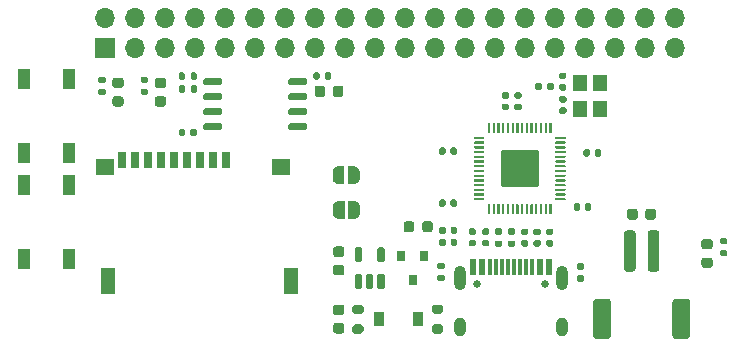
<source format=gbr>
%TF.GenerationSoftware,KiCad,Pcbnew,(5.1.8-0-10_14)*%
%TF.CreationDate,2021-08-20T13:19:01+08:00*%
%TF.ProjectId,microbyte-rp2040,6d696372-6f62-4797-9465-2d7270323034,rev?*%
%TF.SameCoordinates,Original*%
%TF.FileFunction,Soldermask,Top*%
%TF.FilePolarity,Negative*%
%FSLAX46Y46*%
G04 Gerber Fmt 4.6, Leading zero omitted, Abs format (unit mm)*
G04 Created by KiCad (PCBNEW (5.1.8-0-10_14)) date 2021-08-20 13:19:01*
%MOMM*%
%LPD*%
G01*
G04 APERTURE LIST*
%ADD10R,1.000000X1.700000*%
%ADD11C,0.100000*%
%ADD12R,0.900000X1.200000*%
%ADD13R,1.200000X1.400000*%
%ADD14R,0.800000X0.900000*%
%ADD15O,1.700000X1.700000*%
%ADD16R,1.700000X1.700000*%
%ADD17R,0.600000X1.450000*%
%ADD18R,0.300000X1.450000*%
%ADD19O,1.000000X2.100000*%
%ADD20C,0.650000*%
%ADD21O,1.000000X1.600000*%
%ADD22R,0.700000X1.400000*%
%ADD23R,1.600000X1.400000*%
%ADD24R,1.200000X2.200000*%
G04 APERTURE END LIST*
D10*
%TO.C,SW2*%
X117690000Y-101520000D03*
X117690000Y-95220000D03*
X121490000Y-101520000D03*
X121490000Y-95220000D03*
%TD*%
%TO.C,SW1*%
X117690000Y-92550000D03*
X117690000Y-86250000D03*
X121490000Y-92550000D03*
X121490000Y-86250000D03*
%TD*%
D11*
%TO.C,JP2*%
G36*
X144330000Y-95139398D02*
G01*
X144305466Y-95139398D01*
X144256635Y-95134588D01*
X144208510Y-95125016D01*
X144161555Y-95110772D01*
X144116222Y-95091995D01*
X144072949Y-95068864D01*
X144032150Y-95041604D01*
X143994221Y-95010476D01*
X143959524Y-94975779D01*
X143928396Y-94937850D01*
X143901136Y-94897051D01*
X143878005Y-94853778D01*
X143859228Y-94808445D01*
X143844984Y-94761490D01*
X143835412Y-94713365D01*
X143830602Y-94664534D01*
X143830602Y-94640000D01*
X143830000Y-94640000D01*
X143830000Y-94140000D01*
X143830602Y-94140000D01*
X143830602Y-94115466D01*
X143835412Y-94066635D01*
X143844984Y-94018510D01*
X143859228Y-93971555D01*
X143878005Y-93926222D01*
X143901136Y-93882949D01*
X143928396Y-93842150D01*
X143959524Y-93804221D01*
X143994221Y-93769524D01*
X144032150Y-93738396D01*
X144072949Y-93711136D01*
X144116222Y-93688005D01*
X144161555Y-93669228D01*
X144208510Y-93654984D01*
X144256635Y-93645412D01*
X144305466Y-93640602D01*
X144330000Y-93640602D01*
X144330000Y-93640000D01*
X144830000Y-93640000D01*
X144830000Y-95140000D01*
X144330000Y-95140000D01*
X144330000Y-95139398D01*
G37*
G36*
X145130000Y-93640000D02*
G01*
X145630000Y-93640000D01*
X145630000Y-93640602D01*
X145654534Y-93640602D01*
X145703365Y-93645412D01*
X145751490Y-93654984D01*
X145798445Y-93669228D01*
X145843778Y-93688005D01*
X145887051Y-93711136D01*
X145927850Y-93738396D01*
X145965779Y-93769524D01*
X146000476Y-93804221D01*
X146031604Y-93842150D01*
X146058864Y-93882949D01*
X146081995Y-93926222D01*
X146100772Y-93971555D01*
X146115016Y-94018510D01*
X146124588Y-94066635D01*
X146129398Y-94115466D01*
X146129398Y-94140000D01*
X146130000Y-94140000D01*
X146130000Y-94640000D01*
X146129398Y-94640000D01*
X146129398Y-94664534D01*
X146124588Y-94713365D01*
X146115016Y-94761490D01*
X146100772Y-94808445D01*
X146081995Y-94853778D01*
X146058864Y-94897051D01*
X146031604Y-94937850D01*
X146000476Y-94975779D01*
X145965779Y-95010476D01*
X145927850Y-95041604D01*
X145887051Y-95068864D01*
X145843778Y-95091995D01*
X145798445Y-95110772D01*
X145751490Y-95125016D01*
X145703365Y-95134588D01*
X145654534Y-95139398D01*
X145630000Y-95139398D01*
X145630000Y-95140000D01*
X145130000Y-95140000D01*
X145130000Y-93640000D01*
G37*
%TD*%
%TO.C,JP1*%
G36*
X145650000Y-96590602D02*
G01*
X145674534Y-96590602D01*
X145723365Y-96595412D01*
X145771490Y-96604984D01*
X145818445Y-96619228D01*
X145863778Y-96638005D01*
X145907051Y-96661136D01*
X145947850Y-96688396D01*
X145985779Y-96719524D01*
X146020476Y-96754221D01*
X146051604Y-96792150D01*
X146078864Y-96832949D01*
X146101995Y-96876222D01*
X146120772Y-96921555D01*
X146135016Y-96968510D01*
X146144588Y-97016635D01*
X146149398Y-97065466D01*
X146149398Y-97090000D01*
X146150000Y-97090000D01*
X146150000Y-97590000D01*
X146149398Y-97590000D01*
X146149398Y-97614534D01*
X146144588Y-97663365D01*
X146135016Y-97711490D01*
X146120772Y-97758445D01*
X146101995Y-97803778D01*
X146078864Y-97847051D01*
X146051604Y-97887850D01*
X146020476Y-97925779D01*
X145985779Y-97960476D01*
X145947850Y-97991604D01*
X145907051Y-98018864D01*
X145863778Y-98041995D01*
X145818445Y-98060772D01*
X145771490Y-98075016D01*
X145723365Y-98084588D01*
X145674534Y-98089398D01*
X145650000Y-98089398D01*
X145650000Y-98090000D01*
X145150000Y-98090000D01*
X145150000Y-96590000D01*
X145650000Y-96590000D01*
X145650000Y-96590602D01*
G37*
G36*
X144850000Y-98090000D02*
G01*
X144350000Y-98090000D01*
X144350000Y-98089398D01*
X144325466Y-98089398D01*
X144276635Y-98084588D01*
X144228510Y-98075016D01*
X144181555Y-98060772D01*
X144136222Y-98041995D01*
X144092949Y-98018864D01*
X144052150Y-97991604D01*
X144014221Y-97960476D01*
X143979524Y-97925779D01*
X143948396Y-97887850D01*
X143921136Y-97847051D01*
X143898005Y-97803778D01*
X143879228Y-97758445D01*
X143864984Y-97711490D01*
X143855412Y-97663365D01*
X143850602Y-97614534D01*
X143850602Y-97590000D01*
X143850000Y-97590000D01*
X143850000Y-97090000D01*
X143850602Y-97090000D01*
X143850602Y-97065466D01*
X143855412Y-97016635D01*
X143864984Y-96968510D01*
X143879228Y-96921555D01*
X143898005Y-96876222D01*
X143921136Y-96832949D01*
X143948396Y-96792150D01*
X143979524Y-96754221D01*
X144014221Y-96719524D01*
X144052150Y-96688396D01*
X144092949Y-96661136D01*
X144136222Y-96638005D01*
X144181555Y-96619228D01*
X144228510Y-96604984D01*
X144276635Y-96595412D01*
X144325466Y-96590602D01*
X144350000Y-96590602D01*
X144350000Y-96590000D01*
X144850000Y-96590000D01*
X144850000Y-98090000D01*
G37*
%TD*%
D12*
%TO.C,D1*%
X151040000Y-106580000D03*
X147740000Y-106580000D03*
%TD*%
%TO.C,C21*%
G36*
G01*
X153820000Y-100260000D02*
X153820000Y-99920000D01*
G75*
G02*
X153960000Y-99780000I140000J0D01*
G01*
X154240000Y-99780000D01*
G75*
G02*
X154380000Y-99920000I0J-140000D01*
G01*
X154380000Y-100260000D01*
G75*
G02*
X154240000Y-100400000I-140000J0D01*
G01*
X153960000Y-100400000D01*
G75*
G02*
X153820000Y-100260000I0J140000D01*
G01*
G37*
G36*
G01*
X152860000Y-100260000D02*
X152860000Y-99920000D01*
G75*
G02*
X153000000Y-99780000I140000J0D01*
G01*
X153280000Y-99780000D01*
G75*
G02*
X153420000Y-99920000I0J-140000D01*
G01*
X153420000Y-100260000D01*
G75*
G02*
X153280000Y-100400000I-140000J0D01*
G01*
X153000000Y-100400000D01*
G75*
G02*
X152860000Y-100260000I0J140000D01*
G01*
G37*
%TD*%
%TO.C,C20*%
G36*
G01*
X153820000Y-99230000D02*
X153820000Y-98890000D01*
G75*
G02*
X153960000Y-98750000I140000J0D01*
G01*
X154240000Y-98750000D01*
G75*
G02*
X154380000Y-98890000I0J-140000D01*
G01*
X154380000Y-99230000D01*
G75*
G02*
X154240000Y-99370000I-140000J0D01*
G01*
X153960000Y-99370000D01*
G75*
G02*
X153820000Y-99230000I0J140000D01*
G01*
G37*
G36*
G01*
X152860000Y-99230000D02*
X152860000Y-98890000D01*
G75*
G02*
X153000000Y-98750000I140000J0D01*
G01*
X153280000Y-98750000D01*
G75*
G02*
X153420000Y-98890000I0J-140000D01*
G01*
X153420000Y-99230000D01*
G75*
G02*
X153280000Y-99370000I-140000J0D01*
G01*
X153000000Y-99370000D01*
G75*
G02*
X152860000Y-99230000I0J140000D01*
G01*
G37*
%TD*%
%TO.C,C12*%
G36*
G01*
X155490000Y-99870000D02*
X155830000Y-99870000D01*
G75*
G02*
X155970000Y-100010000I0J-140000D01*
G01*
X155970000Y-100290000D01*
G75*
G02*
X155830000Y-100430000I-140000J0D01*
G01*
X155490000Y-100430000D01*
G75*
G02*
X155350000Y-100290000I0J140000D01*
G01*
X155350000Y-100010000D01*
G75*
G02*
X155490000Y-99870000I140000J0D01*
G01*
G37*
G36*
G01*
X155490000Y-98910000D02*
X155830000Y-98910000D01*
G75*
G02*
X155970000Y-99050000I0J-140000D01*
G01*
X155970000Y-99330000D01*
G75*
G02*
X155830000Y-99470000I-140000J0D01*
G01*
X155490000Y-99470000D01*
G75*
G02*
X155350000Y-99330000I0J140000D01*
G01*
X155350000Y-99050000D01*
G75*
G02*
X155490000Y-98910000I140000J0D01*
G01*
G37*
%TD*%
%TO.C,C11*%
G36*
G01*
X156620000Y-99870000D02*
X156960000Y-99870000D01*
G75*
G02*
X157100000Y-100010000I0J-140000D01*
G01*
X157100000Y-100290000D01*
G75*
G02*
X156960000Y-100430000I-140000J0D01*
G01*
X156620000Y-100430000D01*
G75*
G02*
X156480000Y-100290000I0J140000D01*
G01*
X156480000Y-100010000D01*
G75*
G02*
X156620000Y-99870000I140000J0D01*
G01*
G37*
G36*
G01*
X156620000Y-98910000D02*
X156960000Y-98910000D01*
G75*
G02*
X157100000Y-99050000I0J-140000D01*
G01*
X157100000Y-99330000D01*
G75*
G02*
X156960000Y-99470000I-140000J0D01*
G01*
X156620000Y-99470000D01*
G75*
G02*
X156480000Y-99330000I0J140000D01*
G01*
X156480000Y-99050000D01*
G75*
G02*
X156620000Y-98910000I140000J0D01*
G01*
G37*
%TD*%
%TO.C,U4*%
G36*
G01*
X161280000Y-92384000D02*
X161280000Y-95296000D01*
G75*
G02*
X161136000Y-95440000I-144000J0D01*
G01*
X158224000Y-95440000D01*
G75*
G02*
X158080000Y-95296000I0J144000D01*
G01*
X158080000Y-92384000D01*
G75*
G02*
X158224000Y-92240000I144000J0D01*
G01*
X161136000Y-92240000D01*
G75*
G02*
X161280000Y-92384000I0J-144000D01*
G01*
G37*
G36*
G01*
X163555000Y-96390000D02*
X163555000Y-96490000D01*
G75*
G02*
X163505000Y-96540000I-50000J0D01*
G01*
X162730000Y-96540000D01*
G75*
G02*
X162680000Y-96490000I0J50000D01*
G01*
X162680000Y-96390000D01*
G75*
G02*
X162730000Y-96340000I50000J0D01*
G01*
X163505000Y-96340000D01*
G75*
G02*
X163555000Y-96390000I0J-50000D01*
G01*
G37*
G36*
G01*
X163555000Y-95990000D02*
X163555000Y-96090000D01*
G75*
G02*
X163505000Y-96140000I-50000J0D01*
G01*
X162730000Y-96140000D01*
G75*
G02*
X162680000Y-96090000I0J50000D01*
G01*
X162680000Y-95990000D01*
G75*
G02*
X162730000Y-95940000I50000J0D01*
G01*
X163505000Y-95940000D01*
G75*
G02*
X163555000Y-95990000I0J-50000D01*
G01*
G37*
G36*
G01*
X163555000Y-95590000D02*
X163555000Y-95690000D01*
G75*
G02*
X163505000Y-95740000I-50000J0D01*
G01*
X162730000Y-95740000D01*
G75*
G02*
X162680000Y-95690000I0J50000D01*
G01*
X162680000Y-95590000D01*
G75*
G02*
X162730000Y-95540000I50000J0D01*
G01*
X163505000Y-95540000D01*
G75*
G02*
X163555000Y-95590000I0J-50000D01*
G01*
G37*
G36*
G01*
X163555000Y-95190000D02*
X163555000Y-95290000D01*
G75*
G02*
X163505000Y-95340000I-50000J0D01*
G01*
X162730000Y-95340000D01*
G75*
G02*
X162680000Y-95290000I0J50000D01*
G01*
X162680000Y-95190000D01*
G75*
G02*
X162730000Y-95140000I50000J0D01*
G01*
X163505000Y-95140000D01*
G75*
G02*
X163555000Y-95190000I0J-50000D01*
G01*
G37*
G36*
G01*
X163555000Y-94790000D02*
X163555000Y-94890000D01*
G75*
G02*
X163505000Y-94940000I-50000J0D01*
G01*
X162730000Y-94940000D01*
G75*
G02*
X162680000Y-94890000I0J50000D01*
G01*
X162680000Y-94790000D01*
G75*
G02*
X162730000Y-94740000I50000J0D01*
G01*
X163505000Y-94740000D01*
G75*
G02*
X163555000Y-94790000I0J-50000D01*
G01*
G37*
G36*
G01*
X163555000Y-94390000D02*
X163555000Y-94490000D01*
G75*
G02*
X163505000Y-94540000I-50000J0D01*
G01*
X162730000Y-94540000D01*
G75*
G02*
X162680000Y-94490000I0J50000D01*
G01*
X162680000Y-94390000D01*
G75*
G02*
X162730000Y-94340000I50000J0D01*
G01*
X163505000Y-94340000D01*
G75*
G02*
X163555000Y-94390000I0J-50000D01*
G01*
G37*
G36*
G01*
X163555000Y-93990000D02*
X163555000Y-94090000D01*
G75*
G02*
X163505000Y-94140000I-50000J0D01*
G01*
X162730000Y-94140000D01*
G75*
G02*
X162680000Y-94090000I0J50000D01*
G01*
X162680000Y-93990000D01*
G75*
G02*
X162730000Y-93940000I50000J0D01*
G01*
X163505000Y-93940000D01*
G75*
G02*
X163555000Y-93990000I0J-50000D01*
G01*
G37*
G36*
G01*
X163555000Y-93590000D02*
X163555000Y-93690000D01*
G75*
G02*
X163505000Y-93740000I-50000J0D01*
G01*
X162730000Y-93740000D01*
G75*
G02*
X162680000Y-93690000I0J50000D01*
G01*
X162680000Y-93590000D01*
G75*
G02*
X162730000Y-93540000I50000J0D01*
G01*
X163505000Y-93540000D01*
G75*
G02*
X163555000Y-93590000I0J-50000D01*
G01*
G37*
G36*
G01*
X163555000Y-93190000D02*
X163555000Y-93290000D01*
G75*
G02*
X163505000Y-93340000I-50000J0D01*
G01*
X162730000Y-93340000D01*
G75*
G02*
X162680000Y-93290000I0J50000D01*
G01*
X162680000Y-93190000D01*
G75*
G02*
X162730000Y-93140000I50000J0D01*
G01*
X163505000Y-93140000D01*
G75*
G02*
X163555000Y-93190000I0J-50000D01*
G01*
G37*
G36*
G01*
X163555000Y-92790000D02*
X163555000Y-92890000D01*
G75*
G02*
X163505000Y-92940000I-50000J0D01*
G01*
X162730000Y-92940000D01*
G75*
G02*
X162680000Y-92890000I0J50000D01*
G01*
X162680000Y-92790000D01*
G75*
G02*
X162730000Y-92740000I50000J0D01*
G01*
X163505000Y-92740000D01*
G75*
G02*
X163555000Y-92790000I0J-50000D01*
G01*
G37*
G36*
G01*
X163555000Y-92390000D02*
X163555000Y-92490000D01*
G75*
G02*
X163505000Y-92540000I-50000J0D01*
G01*
X162730000Y-92540000D01*
G75*
G02*
X162680000Y-92490000I0J50000D01*
G01*
X162680000Y-92390000D01*
G75*
G02*
X162730000Y-92340000I50000J0D01*
G01*
X163505000Y-92340000D01*
G75*
G02*
X163555000Y-92390000I0J-50000D01*
G01*
G37*
G36*
G01*
X163555000Y-91990000D02*
X163555000Y-92090000D01*
G75*
G02*
X163505000Y-92140000I-50000J0D01*
G01*
X162730000Y-92140000D01*
G75*
G02*
X162680000Y-92090000I0J50000D01*
G01*
X162680000Y-91990000D01*
G75*
G02*
X162730000Y-91940000I50000J0D01*
G01*
X163505000Y-91940000D01*
G75*
G02*
X163555000Y-91990000I0J-50000D01*
G01*
G37*
G36*
G01*
X163555000Y-91590000D02*
X163555000Y-91690000D01*
G75*
G02*
X163505000Y-91740000I-50000J0D01*
G01*
X162730000Y-91740000D01*
G75*
G02*
X162680000Y-91690000I0J50000D01*
G01*
X162680000Y-91590000D01*
G75*
G02*
X162730000Y-91540000I50000J0D01*
G01*
X163505000Y-91540000D01*
G75*
G02*
X163555000Y-91590000I0J-50000D01*
G01*
G37*
G36*
G01*
X163555000Y-91190000D02*
X163555000Y-91290000D01*
G75*
G02*
X163505000Y-91340000I-50000J0D01*
G01*
X162730000Y-91340000D01*
G75*
G02*
X162680000Y-91290000I0J50000D01*
G01*
X162680000Y-91190000D01*
G75*
G02*
X162730000Y-91140000I50000J0D01*
G01*
X163505000Y-91140000D01*
G75*
G02*
X163555000Y-91190000I0J-50000D01*
G01*
G37*
G36*
G01*
X162380000Y-90015000D02*
X162380000Y-90790000D01*
G75*
G02*
X162330000Y-90840000I-50000J0D01*
G01*
X162230000Y-90840000D01*
G75*
G02*
X162180000Y-90790000I0J50000D01*
G01*
X162180000Y-90015000D01*
G75*
G02*
X162230000Y-89965000I50000J0D01*
G01*
X162330000Y-89965000D01*
G75*
G02*
X162380000Y-90015000I0J-50000D01*
G01*
G37*
G36*
G01*
X161980000Y-90015000D02*
X161980000Y-90790000D01*
G75*
G02*
X161930000Y-90840000I-50000J0D01*
G01*
X161830000Y-90840000D01*
G75*
G02*
X161780000Y-90790000I0J50000D01*
G01*
X161780000Y-90015000D01*
G75*
G02*
X161830000Y-89965000I50000J0D01*
G01*
X161930000Y-89965000D01*
G75*
G02*
X161980000Y-90015000I0J-50000D01*
G01*
G37*
G36*
G01*
X161580000Y-90015000D02*
X161580000Y-90790000D01*
G75*
G02*
X161530000Y-90840000I-50000J0D01*
G01*
X161430000Y-90840000D01*
G75*
G02*
X161380000Y-90790000I0J50000D01*
G01*
X161380000Y-90015000D01*
G75*
G02*
X161430000Y-89965000I50000J0D01*
G01*
X161530000Y-89965000D01*
G75*
G02*
X161580000Y-90015000I0J-50000D01*
G01*
G37*
G36*
G01*
X161180000Y-90015000D02*
X161180000Y-90790000D01*
G75*
G02*
X161130000Y-90840000I-50000J0D01*
G01*
X161030000Y-90840000D01*
G75*
G02*
X160980000Y-90790000I0J50000D01*
G01*
X160980000Y-90015000D01*
G75*
G02*
X161030000Y-89965000I50000J0D01*
G01*
X161130000Y-89965000D01*
G75*
G02*
X161180000Y-90015000I0J-50000D01*
G01*
G37*
G36*
G01*
X160780000Y-90015000D02*
X160780000Y-90790000D01*
G75*
G02*
X160730000Y-90840000I-50000J0D01*
G01*
X160630000Y-90840000D01*
G75*
G02*
X160580000Y-90790000I0J50000D01*
G01*
X160580000Y-90015000D01*
G75*
G02*
X160630000Y-89965000I50000J0D01*
G01*
X160730000Y-89965000D01*
G75*
G02*
X160780000Y-90015000I0J-50000D01*
G01*
G37*
G36*
G01*
X160380000Y-90015000D02*
X160380000Y-90790000D01*
G75*
G02*
X160330000Y-90840000I-50000J0D01*
G01*
X160230000Y-90840000D01*
G75*
G02*
X160180000Y-90790000I0J50000D01*
G01*
X160180000Y-90015000D01*
G75*
G02*
X160230000Y-89965000I50000J0D01*
G01*
X160330000Y-89965000D01*
G75*
G02*
X160380000Y-90015000I0J-50000D01*
G01*
G37*
G36*
G01*
X159980000Y-90015000D02*
X159980000Y-90790000D01*
G75*
G02*
X159930000Y-90840000I-50000J0D01*
G01*
X159830000Y-90840000D01*
G75*
G02*
X159780000Y-90790000I0J50000D01*
G01*
X159780000Y-90015000D01*
G75*
G02*
X159830000Y-89965000I50000J0D01*
G01*
X159930000Y-89965000D01*
G75*
G02*
X159980000Y-90015000I0J-50000D01*
G01*
G37*
G36*
G01*
X159580000Y-90015000D02*
X159580000Y-90790000D01*
G75*
G02*
X159530000Y-90840000I-50000J0D01*
G01*
X159430000Y-90840000D01*
G75*
G02*
X159380000Y-90790000I0J50000D01*
G01*
X159380000Y-90015000D01*
G75*
G02*
X159430000Y-89965000I50000J0D01*
G01*
X159530000Y-89965000D01*
G75*
G02*
X159580000Y-90015000I0J-50000D01*
G01*
G37*
G36*
G01*
X159180000Y-90015000D02*
X159180000Y-90790000D01*
G75*
G02*
X159130000Y-90840000I-50000J0D01*
G01*
X159030000Y-90840000D01*
G75*
G02*
X158980000Y-90790000I0J50000D01*
G01*
X158980000Y-90015000D01*
G75*
G02*
X159030000Y-89965000I50000J0D01*
G01*
X159130000Y-89965000D01*
G75*
G02*
X159180000Y-90015000I0J-50000D01*
G01*
G37*
G36*
G01*
X158780000Y-90015000D02*
X158780000Y-90790000D01*
G75*
G02*
X158730000Y-90840000I-50000J0D01*
G01*
X158630000Y-90840000D01*
G75*
G02*
X158580000Y-90790000I0J50000D01*
G01*
X158580000Y-90015000D01*
G75*
G02*
X158630000Y-89965000I50000J0D01*
G01*
X158730000Y-89965000D01*
G75*
G02*
X158780000Y-90015000I0J-50000D01*
G01*
G37*
G36*
G01*
X158380000Y-90015000D02*
X158380000Y-90790000D01*
G75*
G02*
X158330000Y-90840000I-50000J0D01*
G01*
X158230000Y-90840000D01*
G75*
G02*
X158180000Y-90790000I0J50000D01*
G01*
X158180000Y-90015000D01*
G75*
G02*
X158230000Y-89965000I50000J0D01*
G01*
X158330000Y-89965000D01*
G75*
G02*
X158380000Y-90015000I0J-50000D01*
G01*
G37*
G36*
G01*
X157980000Y-90015000D02*
X157980000Y-90790000D01*
G75*
G02*
X157930000Y-90840000I-50000J0D01*
G01*
X157830000Y-90840000D01*
G75*
G02*
X157780000Y-90790000I0J50000D01*
G01*
X157780000Y-90015000D01*
G75*
G02*
X157830000Y-89965000I50000J0D01*
G01*
X157930000Y-89965000D01*
G75*
G02*
X157980000Y-90015000I0J-50000D01*
G01*
G37*
G36*
G01*
X157580000Y-90015000D02*
X157580000Y-90790000D01*
G75*
G02*
X157530000Y-90840000I-50000J0D01*
G01*
X157430000Y-90840000D01*
G75*
G02*
X157380000Y-90790000I0J50000D01*
G01*
X157380000Y-90015000D01*
G75*
G02*
X157430000Y-89965000I50000J0D01*
G01*
X157530000Y-89965000D01*
G75*
G02*
X157580000Y-90015000I0J-50000D01*
G01*
G37*
G36*
G01*
X157180000Y-90015000D02*
X157180000Y-90790000D01*
G75*
G02*
X157130000Y-90840000I-50000J0D01*
G01*
X157030000Y-90840000D01*
G75*
G02*
X156980000Y-90790000I0J50000D01*
G01*
X156980000Y-90015000D01*
G75*
G02*
X157030000Y-89965000I50000J0D01*
G01*
X157130000Y-89965000D01*
G75*
G02*
X157180000Y-90015000I0J-50000D01*
G01*
G37*
G36*
G01*
X156680000Y-91190000D02*
X156680000Y-91290000D01*
G75*
G02*
X156630000Y-91340000I-50000J0D01*
G01*
X155855000Y-91340000D01*
G75*
G02*
X155805000Y-91290000I0J50000D01*
G01*
X155805000Y-91190000D01*
G75*
G02*
X155855000Y-91140000I50000J0D01*
G01*
X156630000Y-91140000D01*
G75*
G02*
X156680000Y-91190000I0J-50000D01*
G01*
G37*
G36*
G01*
X156680000Y-91590000D02*
X156680000Y-91690000D01*
G75*
G02*
X156630000Y-91740000I-50000J0D01*
G01*
X155855000Y-91740000D01*
G75*
G02*
X155805000Y-91690000I0J50000D01*
G01*
X155805000Y-91590000D01*
G75*
G02*
X155855000Y-91540000I50000J0D01*
G01*
X156630000Y-91540000D01*
G75*
G02*
X156680000Y-91590000I0J-50000D01*
G01*
G37*
G36*
G01*
X156680000Y-91990000D02*
X156680000Y-92090000D01*
G75*
G02*
X156630000Y-92140000I-50000J0D01*
G01*
X155855000Y-92140000D01*
G75*
G02*
X155805000Y-92090000I0J50000D01*
G01*
X155805000Y-91990000D01*
G75*
G02*
X155855000Y-91940000I50000J0D01*
G01*
X156630000Y-91940000D01*
G75*
G02*
X156680000Y-91990000I0J-50000D01*
G01*
G37*
G36*
G01*
X156680000Y-92390000D02*
X156680000Y-92490000D01*
G75*
G02*
X156630000Y-92540000I-50000J0D01*
G01*
X155855000Y-92540000D01*
G75*
G02*
X155805000Y-92490000I0J50000D01*
G01*
X155805000Y-92390000D01*
G75*
G02*
X155855000Y-92340000I50000J0D01*
G01*
X156630000Y-92340000D01*
G75*
G02*
X156680000Y-92390000I0J-50000D01*
G01*
G37*
G36*
G01*
X156680000Y-92790000D02*
X156680000Y-92890000D01*
G75*
G02*
X156630000Y-92940000I-50000J0D01*
G01*
X155855000Y-92940000D01*
G75*
G02*
X155805000Y-92890000I0J50000D01*
G01*
X155805000Y-92790000D01*
G75*
G02*
X155855000Y-92740000I50000J0D01*
G01*
X156630000Y-92740000D01*
G75*
G02*
X156680000Y-92790000I0J-50000D01*
G01*
G37*
G36*
G01*
X156680000Y-93190000D02*
X156680000Y-93290000D01*
G75*
G02*
X156630000Y-93340000I-50000J0D01*
G01*
X155855000Y-93340000D01*
G75*
G02*
X155805000Y-93290000I0J50000D01*
G01*
X155805000Y-93190000D01*
G75*
G02*
X155855000Y-93140000I50000J0D01*
G01*
X156630000Y-93140000D01*
G75*
G02*
X156680000Y-93190000I0J-50000D01*
G01*
G37*
G36*
G01*
X156680000Y-93590000D02*
X156680000Y-93690000D01*
G75*
G02*
X156630000Y-93740000I-50000J0D01*
G01*
X155855000Y-93740000D01*
G75*
G02*
X155805000Y-93690000I0J50000D01*
G01*
X155805000Y-93590000D01*
G75*
G02*
X155855000Y-93540000I50000J0D01*
G01*
X156630000Y-93540000D01*
G75*
G02*
X156680000Y-93590000I0J-50000D01*
G01*
G37*
G36*
G01*
X156680000Y-93990000D02*
X156680000Y-94090000D01*
G75*
G02*
X156630000Y-94140000I-50000J0D01*
G01*
X155855000Y-94140000D01*
G75*
G02*
X155805000Y-94090000I0J50000D01*
G01*
X155805000Y-93990000D01*
G75*
G02*
X155855000Y-93940000I50000J0D01*
G01*
X156630000Y-93940000D01*
G75*
G02*
X156680000Y-93990000I0J-50000D01*
G01*
G37*
G36*
G01*
X156680000Y-94390000D02*
X156680000Y-94490000D01*
G75*
G02*
X156630000Y-94540000I-50000J0D01*
G01*
X155855000Y-94540000D01*
G75*
G02*
X155805000Y-94490000I0J50000D01*
G01*
X155805000Y-94390000D01*
G75*
G02*
X155855000Y-94340000I50000J0D01*
G01*
X156630000Y-94340000D01*
G75*
G02*
X156680000Y-94390000I0J-50000D01*
G01*
G37*
G36*
G01*
X156680000Y-94790000D02*
X156680000Y-94890000D01*
G75*
G02*
X156630000Y-94940000I-50000J0D01*
G01*
X155855000Y-94940000D01*
G75*
G02*
X155805000Y-94890000I0J50000D01*
G01*
X155805000Y-94790000D01*
G75*
G02*
X155855000Y-94740000I50000J0D01*
G01*
X156630000Y-94740000D01*
G75*
G02*
X156680000Y-94790000I0J-50000D01*
G01*
G37*
G36*
G01*
X156680000Y-95190000D02*
X156680000Y-95290000D01*
G75*
G02*
X156630000Y-95340000I-50000J0D01*
G01*
X155855000Y-95340000D01*
G75*
G02*
X155805000Y-95290000I0J50000D01*
G01*
X155805000Y-95190000D01*
G75*
G02*
X155855000Y-95140000I50000J0D01*
G01*
X156630000Y-95140000D01*
G75*
G02*
X156680000Y-95190000I0J-50000D01*
G01*
G37*
G36*
G01*
X156680000Y-95590000D02*
X156680000Y-95690000D01*
G75*
G02*
X156630000Y-95740000I-50000J0D01*
G01*
X155855000Y-95740000D01*
G75*
G02*
X155805000Y-95690000I0J50000D01*
G01*
X155805000Y-95590000D01*
G75*
G02*
X155855000Y-95540000I50000J0D01*
G01*
X156630000Y-95540000D01*
G75*
G02*
X156680000Y-95590000I0J-50000D01*
G01*
G37*
G36*
G01*
X156680000Y-95990000D02*
X156680000Y-96090000D01*
G75*
G02*
X156630000Y-96140000I-50000J0D01*
G01*
X155855000Y-96140000D01*
G75*
G02*
X155805000Y-96090000I0J50000D01*
G01*
X155805000Y-95990000D01*
G75*
G02*
X155855000Y-95940000I50000J0D01*
G01*
X156630000Y-95940000D01*
G75*
G02*
X156680000Y-95990000I0J-50000D01*
G01*
G37*
G36*
G01*
X156680000Y-96390000D02*
X156680000Y-96490000D01*
G75*
G02*
X156630000Y-96540000I-50000J0D01*
G01*
X155855000Y-96540000D01*
G75*
G02*
X155805000Y-96490000I0J50000D01*
G01*
X155805000Y-96390000D01*
G75*
G02*
X155855000Y-96340000I50000J0D01*
G01*
X156630000Y-96340000D01*
G75*
G02*
X156680000Y-96390000I0J-50000D01*
G01*
G37*
G36*
G01*
X157180000Y-96890000D02*
X157180000Y-97665000D01*
G75*
G02*
X157130000Y-97715000I-50000J0D01*
G01*
X157030000Y-97715000D01*
G75*
G02*
X156980000Y-97665000I0J50000D01*
G01*
X156980000Y-96890000D01*
G75*
G02*
X157030000Y-96840000I50000J0D01*
G01*
X157130000Y-96840000D01*
G75*
G02*
X157180000Y-96890000I0J-50000D01*
G01*
G37*
G36*
G01*
X157580000Y-96890000D02*
X157580000Y-97665000D01*
G75*
G02*
X157530000Y-97715000I-50000J0D01*
G01*
X157430000Y-97715000D01*
G75*
G02*
X157380000Y-97665000I0J50000D01*
G01*
X157380000Y-96890000D01*
G75*
G02*
X157430000Y-96840000I50000J0D01*
G01*
X157530000Y-96840000D01*
G75*
G02*
X157580000Y-96890000I0J-50000D01*
G01*
G37*
G36*
G01*
X157980000Y-96890000D02*
X157980000Y-97665000D01*
G75*
G02*
X157930000Y-97715000I-50000J0D01*
G01*
X157830000Y-97715000D01*
G75*
G02*
X157780000Y-97665000I0J50000D01*
G01*
X157780000Y-96890000D01*
G75*
G02*
X157830000Y-96840000I50000J0D01*
G01*
X157930000Y-96840000D01*
G75*
G02*
X157980000Y-96890000I0J-50000D01*
G01*
G37*
G36*
G01*
X158380000Y-96890000D02*
X158380000Y-97665000D01*
G75*
G02*
X158330000Y-97715000I-50000J0D01*
G01*
X158230000Y-97715000D01*
G75*
G02*
X158180000Y-97665000I0J50000D01*
G01*
X158180000Y-96890000D01*
G75*
G02*
X158230000Y-96840000I50000J0D01*
G01*
X158330000Y-96840000D01*
G75*
G02*
X158380000Y-96890000I0J-50000D01*
G01*
G37*
G36*
G01*
X158780000Y-96890000D02*
X158780000Y-97665000D01*
G75*
G02*
X158730000Y-97715000I-50000J0D01*
G01*
X158630000Y-97715000D01*
G75*
G02*
X158580000Y-97665000I0J50000D01*
G01*
X158580000Y-96890000D01*
G75*
G02*
X158630000Y-96840000I50000J0D01*
G01*
X158730000Y-96840000D01*
G75*
G02*
X158780000Y-96890000I0J-50000D01*
G01*
G37*
G36*
G01*
X159180000Y-96890000D02*
X159180000Y-97665000D01*
G75*
G02*
X159130000Y-97715000I-50000J0D01*
G01*
X159030000Y-97715000D01*
G75*
G02*
X158980000Y-97665000I0J50000D01*
G01*
X158980000Y-96890000D01*
G75*
G02*
X159030000Y-96840000I50000J0D01*
G01*
X159130000Y-96840000D01*
G75*
G02*
X159180000Y-96890000I0J-50000D01*
G01*
G37*
G36*
G01*
X159580000Y-96890000D02*
X159580000Y-97665000D01*
G75*
G02*
X159530000Y-97715000I-50000J0D01*
G01*
X159430000Y-97715000D01*
G75*
G02*
X159380000Y-97665000I0J50000D01*
G01*
X159380000Y-96890000D01*
G75*
G02*
X159430000Y-96840000I50000J0D01*
G01*
X159530000Y-96840000D01*
G75*
G02*
X159580000Y-96890000I0J-50000D01*
G01*
G37*
G36*
G01*
X159980000Y-96890000D02*
X159980000Y-97665000D01*
G75*
G02*
X159930000Y-97715000I-50000J0D01*
G01*
X159830000Y-97715000D01*
G75*
G02*
X159780000Y-97665000I0J50000D01*
G01*
X159780000Y-96890000D01*
G75*
G02*
X159830000Y-96840000I50000J0D01*
G01*
X159930000Y-96840000D01*
G75*
G02*
X159980000Y-96890000I0J-50000D01*
G01*
G37*
G36*
G01*
X160380000Y-96890000D02*
X160380000Y-97665000D01*
G75*
G02*
X160330000Y-97715000I-50000J0D01*
G01*
X160230000Y-97715000D01*
G75*
G02*
X160180000Y-97665000I0J50000D01*
G01*
X160180000Y-96890000D01*
G75*
G02*
X160230000Y-96840000I50000J0D01*
G01*
X160330000Y-96840000D01*
G75*
G02*
X160380000Y-96890000I0J-50000D01*
G01*
G37*
G36*
G01*
X160780000Y-96890000D02*
X160780000Y-97665000D01*
G75*
G02*
X160730000Y-97715000I-50000J0D01*
G01*
X160630000Y-97715000D01*
G75*
G02*
X160580000Y-97665000I0J50000D01*
G01*
X160580000Y-96890000D01*
G75*
G02*
X160630000Y-96840000I50000J0D01*
G01*
X160730000Y-96840000D01*
G75*
G02*
X160780000Y-96890000I0J-50000D01*
G01*
G37*
G36*
G01*
X161180000Y-96890000D02*
X161180000Y-97665000D01*
G75*
G02*
X161130000Y-97715000I-50000J0D01*
G01*
X161030000Y-97715000D01*
G75*
G02*
X160980000Y-97665000I0J50000D01*
G01*
X160980000Y-96890000D01*
G75*
G02*
X161030000Y-96840000I50000J0D01*
G01*
X161130000Y-96840000D01*
G75*
G02*
X161180000Y-96890000I0J-50000D01*
G01*
G37*
G36*
G01*
X161580000Y-96890000D02*
X161580000Y-97665000D01*
G75*
G02*
X161530000Y-97715000I-50000J0D01*
G01*
X161430000Y-97715000D01*
G75*
G02*
X161380000Y-97665000I0J50000D01*
G01*
X161380000Y-96890000D01*
G75*
G02*
X161430000Y-96840000I50000J0D01*
G01*
X161530000Y-96840000D01*
G75*
G02*
X161580000Y-96890000I0J-50000D01*
G01*
G37*
G36*
G01*
X161980000Y-96890000D02*
X161980000Y-97665000D01*
G75*
G02*
X161930000Y-97715000I-50000J0D01*
G01*
X161830000Y-97715000D01*
G75*
G02*
X161780000Y-97665000I0J50000D01*
G01*
X161780000Y-96890000D01*
G75*
G02*
X161830000Y-96840000I50000J0D01*
G01*
X161930000Y-96840000D01*
G75*
G02*
X161980000Y-96890000I0J-50000D01*
G01*
G37*
G36*
G01*
X162380000Y-96890000D02*
X162380000Y-97665000D01*
G75*
G02*
X162330000Y-97715000I-50000J0D01*
G01*
X162230000Y-97715000D01*
G75*
G02*
X162180000Y-97665000I0J50000D01*
G01*
X162180000Y-96890000D01*
G75*
G02*
X162230000Y-96840000I50000J0D01*
G01*
X162330000Y-96840000D01*
G75*
G02*
X162380000Y-96890000I0J-50000D01*
G01*
G37*
%TD*%
D13*
%TO.C,Y1*%
X164770000Y-88760000D03*
X164770000Y-86560000D03*
X166470000Y-86560000D03*
X166470000Y-88760000D03*
%TD*%
%TO.C,U3*%
G36*
G01*
X140090000Y-86645000D02*
X140090000Y-86345000D01*
G75*
G02*
X140240000Y-86195000I150000J0D01*
G01*
X141540000Y-86195000D01*
G75*
G02*
X141690000Y-86345000I0J-150000D01*
G01*
X141690000Y-86645000D01*
G75*
G02*
X141540000Y-86795000I-150000J0D01*
G01*
X140240000Y-86795000D01*
G75*
G02*
X140090000Y-86645000I0J150000D01*
G01*
G37*
G36*
G01*
X140090000Y-87915000D02*
X140090000Y-87615000D01*
G75*
G02*
X140240000Y-87465000I150000J0D01*
G01*
X141540000Y-87465000D01*
G75*
G02*
X141690000Y-87615000I0J-150000D01*
G01*
X141690000Y-87915000D01*
G75*
G02*
X141540000Y-88065000I-150000J0D01*
G01*
X140240000Y-88065000D01*
G75*
G02*
X140090000Y-87915000I0J150000D01*
G01*
G37*
G36*
G01*
X140090000Y-89185000D02*
X140090000Y-88885000D01*
G75*
G02*
X140240000Y-88735000I150000J0D01*
G01*
X141540000Y-88735000D01*
G75*
G02*
X141690000Y-88885000I0J-150000D01*
G01*
X141690000Y-89185000D01*
G75*
G02*
X141540000Y-89335000I-150000J0D01*
G01*
X140240000Y-89335000D01*
G75*
G02*
X140090000Y-89185000I0J150000D01*
G01*
G37*
G36*
G01*
X140090000Y-90455000D02*
X140090000Y-90155000D01*
G75*
G02*
X140240000Y-90005000I150000J0D01*
G01*
X141540000Y-90005000D01*
G75*
G02*
X141690000Y-90155000I0J-150000D01*
G01*
X141690000Y-90455000D01*
G75*
G02*
X141540000Y-90605000I-150000J0D01*
G01*
X140240000Y-90605000D01*
G75*
G02*
X140090000Y-90455000I0J150000D01*
G01*
G37*
G36*
G01*
X132890000Y-90455000D02*
X132890000Y-90155000D01*
G75*
G02*
X133040000Y-90005000I150000J0D01*
G01*
X134340000Y-90005000D01*
G75*
G02*
X134490000Y-90155000I0J-150000D01*
G01*
X134490000Y-90455000D01*
G75*
G02*
X134340000Y-90605000I-150000J0D01*
G01*
X133040000Y-90605000D01*
G75*
G02*
X132890000Y-90455000I0J150000D01*
G01*
G37*
G36*
G01*
X132890000Y-89185000D02*
X132890000Y-88885000D01*
G75*
G02*
X133040000Y-88735000I150000J0D01*
G01*
X134340000Y-88735000D01*
G75*
G02*
X134490000Y-88885000I0J-150000D01*
G01*
X134490000Y-89185000D01*
G75*
G02*
X134340000Y-89335000I-150000J0D01*
G01*
X133040000Y-89335000D01*
G75*
G02*
X132890000Y-89185000I0J150000D01*
G01*
G37*
G36*
G01*
X132890000Y-87915000D02*
X132890000Y-87615000D01*
G75*
G02*
X133040000Y-87465000I150000J0D01*
G01*
X134340000Y-87465000D01*
G75*
G02*
X134490000Y-87615000I0J-150000D01*
G01*
X134490000Y-87915000D01*
G75*
G02*
X134340000Y-88065000I-150000J0D01*
G01*
X133040000Y-88065000D01*
G75*
G02*
X132890000Y-87915000I0J150000D01*
G01*
G37*
G36*
G01*
X132890000Y-86645000D02*
X132890000Y-86345000D01*
G75*
G02*
X133040000Y-86195000I150000J0D01*
G01*
X134340000Y-86195000D01*
G75*
G02*
X134490000Y-86345000I0J-150000D01*
G01*
X134490000Y-86645000D01*
G75*
G02*
X134340000Y-86795000I-150000J0D01*
G01*
X133040000Y-86795000D01*
G75*
G02*
X132890000Y-86645000I0J150000D01*
G01*
G37*
%TD*%
%TO.C,U1*%
G36*
G01*
X146180000Y-101785000D02*
X145880000Y-101785000D01*
G75*
G02*
X145730000Y-101635000I0J150000D01*
G01*
X145730000Y-100610000D01*
G75*
G02*
X145880000Y-100460000I150000J0D01*
G01*
X146180000Y-100460000D01*
G75*
G02*
X146330000Y-100610000I0J-150000D01*
G01*
X146330000Y-101635000D01*
G75*
G02*
X146180000Y-101785000I-150000J0D01*
G01*
G37*
G36*
G01*
X148080000Y-101785000D02*
X147780000Y-101785000D01*
G75*
G02*
X147630000Y-101635000I0J150000D01*
G01*
X147630000Y-100610000D01*
G75*
G02*
X147780000Y-100460000I150000J0D01*
G01*
X148080000Y-100460000D01*
G75*
G02*
X148230000Y-100610000I0J-150000D01*
G01*
X148230000Y-101635000D01*
G75*
G02*
X148080000Y-101785000I-150000J0D01*
G01*
G37*
G36*
G01*
X148080000Y-104060000D02*
X147780000Y-104060000D01*
G75*
G02*
X147630000Y-103910000I0J150000D01*
G01*
X147630000Y-102885000D01*
G75*
G02*
X147780000Y-102735000I150000J0D01*
G01*
X148080000Y-102735000D01*
G75*
G02*
X148230000Y-102885000I0J-150000D01*
G01*
X148230000Y-103910000D01*
G75*
G02*
X148080000Y-104060000I-150000J0D01*
G01*
G37*
G36*
G01*
X147130000Y-104060000D02*
X146830000Y-104060000D01*
G75*
G02*
X146680000Y-103910000I0J150000D01*
G01*
X146680000Y-102885000D01*
G75*
G02*
X146830000Y-102735000I150000J0D01*
G01*
X147130000Y-102735000D01*
G75*
G02*
X147280000Y-102885000I0J-150000D01*
G01*
X147280000Y-103910000D01*
G75*
G02*
X147130000Y-104060000I-150000J0D01*
G01*
G37*
G36*
G01*
X146180000Y-104060000D02*
X145880000Y-104060000D01*
G75*
G02*
X145730000Y-103910000I0J150000D01*
G01*
X145730000Y-102885000D01*
G75*
G02*
X145880000Y-102735000I150000J0D01*
G01*
X146180000Y-102735000D01*
G75*
G02*
X146330000Y-102885000I0J-150000D01*
G01*
X146330000Y-103910000D01*
G75*
G02*
X146180000Y-104060000I-150000J0D01*
G01*
G37*
%TD*%
%TO.C,R13*%
G36*
G01*
X161520000Y-86705000D02*
X161520000Y-87075000D01*
G75*
G02*
X161385000Y-87210000I-135000J0D01*
G01*
X161115000Y-87210000D01*
G75*
G02*
X160980000Y-87075000I0J135000D01*
G01*
X160980000Y-86705000D01*
G75*
G02*
X161115000Y-86570000I135000J0D01*
G01*
X161385000Y-86570000D01*
G75*
G02*
X161520000Y-86705000I0J-135000D01*
G01*
G37*
G36*
G01*
X162540000Y-86705000D02*
X162540000Y-87075000D01*
G75*
G02*
X162405000Y-87210000I-135000J0D01*
G01*
X162135000Y-87210000D01*
G75*
G02*
X162000000Y-87075000I0J135000D01*
G01*
X162000000Y-86705000D01*
G75*
G02*
X162135000Y-86570000I135000J0D01*
G01*
X162405000Y-86570000D01*
G75*
G02*
X162540000Y-86705000I0J-135000D01*
G01*
G37*
%TD*%
%TO.C,R12*%
G36*
G01*
X157705000Y-98910000D02*
X158075000Y-98910000D01*
G75*
G02*
X158210000Y-99045000I0J-135000D01*
G01*
X158210000Y-99315000D01*
G75*
G02*
X158075000Y-99450000I-135000J0D01*
G01*
X157705000Y-99450000D01*
G75*
G02*
X157570000Y-99315000I0J135000D01*
G01*
X157570000Y-99045000D01*
G75*
G02*
X157705000Y-98910000I135000J0D01*
G01*
G37*
G36*
G01*
X157705000Y-99930000D02*
X158075000Y-99930000D01*
G75*
G02*
X158210000Y-100065000I0J-135000D01*
G01*
X158210000Y-100335000D01*
G75*
G02*
X158075000Y-100470000I-135000J0D01*
G01*
X157705000Y-100470000D01*
G75*
G02*
X157570000Y-100335000I0J135000D01*
G01*
X157570000Y-100065000D01*
G75*
G02*
X157705000Y-99930000I135000J0D01*
G01*
G37*
%TD*%
%TO.C,R11*%
G36*
G01*
X158805000Y-98910000D02*
X159175000Y-98910000D01*
G75*
G02*
X159310000Y-99045000I0J-135000D01*
G01*
X159310000Y-99315000D01*
G75*
G02*
X159175000Y-99450000I-135000J0D01*
G01*
X158805000Y-99450000D01*
G75*
G02*
X158670000Y-99315000I0J135000D01*
G01*
X158670000Y-99045000D01*
G75*
G02*
X158805000Y-98910000I135000J0D01*
G01*
G37*
G36*
G01*
X158805000Y-99930000D02*
X159175000Y-99930000D01*
G75*
G02*
X159310000Y-100065000I0J-135000D01*
G01*
X159310000Y-100335000D01*
G75*
G02*
X159175000Y-100470000I-135000J0D01*
G01*
X158805000Y-100470000D01*
G75*
G02*
X158670000Y-100335000I0J135000D01*
G01*
X158670000Y-100065000D01*
G75*
G02*
X158805000Y-99930000I135000J0D01*
G01*
G37*
%TD*%
%TO.C,R10*%
G36*
G01*
X131330000Y-85835000D02*
X131330000Y-86205000D01*
G75*
G02*
X131195000Y-86340000I-135000J0D01*
G01*
X130925000Y-86340000D01*
G75*
G02*
X130790000Y-86205000I0J135000D01*
G01*
X130790000Y-85835000D01*
G75*
G02*
X130925000Y-85700000I135000J0D01*
G01*
X131195000Y-85700000D01*
G75*
G02*
X131330000Y-85835000I0J-135000D01*
G01*
G37*
G36*
G01*
X132350000Y-85835000D02*
X132350000Y-86205000D01*
G75*
G02*
X132215000Y-86340000I-135000J0D01*
G01*
X131945000Y-86340000D01*
G75*
G02*
X131810000Y-86205000I0J135000D01*
G01*
X131810000Y-85835000D01*
G75*
G02*
X131945000Y-85700000I135000J0D01*
G01*
X132215000Y-85700000D01*
G75*
G02*
X132350000Y-85835000I0J-135000D01*
G01*
G37*
%TD*%
%TO.C,R9*%
G36*
G01*
X131330000Y-86915000D02*
X131330000Y-87285000D01*
G75*
G02*
X131195000Y-87420000I-135000J0D01*
G01*
X130925000Y-87420000D01*
G75*
G02*
X130790000Y-87285000I0J135000D01*
G01*
X130790000Y-86915000D01*
G75*
G02*
X130925000Y-86780000I135000J0D01*
G01*
X131195000Y-86780000D01*
G75*
G02*
X131330000Y-86915000I0J-135000D01*
G01*
G37*
G36*
G01*
X132350000Y-86915000D02*
X132350000Y-87285000D01*
G75*
G02*
X132215000Y-87420000I-135000J0D01*
G01*
X131945000Y-87420000D01*
G75*
G02*
X131810000Y-87285000I0J135000D01*
G01*
X131810000Y-86915000D01*
G75*
G02*
X131945000Y-86780000I135000J0D01*
G01*
X132215000Y-86780000D01*
G75*
G02*
X132350000Y-86915000I0J-135000D01*
G01*
G37*
%TD*%
%TO.C,R8*%
G36*
G01*
X164635000Y-102880000D02*
X165005000Y-102880000D01*
G75*
G02*
X165140000Y-103015000I0J-135000D01*
G01*
X165140000Y-103285000D01*
G75*
G02*
X165005000Y-103420000I-135000J0D01*
G01*
X164635000Y-103420000D01*
G75*
G02*
X164500000Y-103285000I0J135000D01*
G01*
X164500000Y-103015000D01*
G75*
G02*
X164635000Y-102880000I135000J0D01*
G01*
G37*
G36*
G01*
X164635000Y-101860000D02*
X165005000Y-101860000D01*
G75*
G02*
X165140000Y-101995000I0J-135000D01*
G01*
X165140000Y-102265000D01*
G75*
G02*
X165005000Y-102400000I-135000J0D01*
G01*
X164635000Y-102400000D01*
G75*
G02*
X164500000Y-102265000I0J135000D01*
G01*
X164500000Y-101995000D01*
G75*
G02*
X164635000Y-101860000I135000J0D01*
G01*
G37*
%TD*%
%TO.C,R7*%
G36*
G01*
X153185000Y-102360000D02*
X152815000Y-102360000D01*
G75*
G02*
X152680000Y-102225000I0J135000D01*
G01*
X152680000Y-101955000D01*
G75*
G02*
X152815000Y-101820000I135000J0D01*
G01*
X153185000Y-101820000D01*
G75*
G02*
X153320000Y-101955000I0J-135000D01*
G01*
X153320000Y-102225000D01*
G75*
G02*
X153185000Y-102360000I-135000J0D01*
G01*
G37*
G36*
G01*
X153185000Y-103380000D02*
X152815000Y-103380000D01*
G75*
G02*
X152680000Y-103245000I0J135000D01*
G01*
X152680000Y-102975000D01*
G75*
G02*
X152815000Y-102840000I135000J0D01*
G01*
X153185000Y-102840000D01*
G75*
G02*
X153320000Y-102975000I0J-135000D01*
G01*
X153320000Y-103245000D01*
G75*
G02*
X153185000Y-103380000I-135000J0D01*
G01*
G37*
%TD*%
%TO.C,R6*%
G36*
G01*
X177125000Y-100240000D02*
X176755000Y-100240000D01*
G75*
G02*
X176620000Y-100105000I0J135000D01*
G01*
X176620000Y-99835000D01*
G75*
G02*
X176755000Y-99700000I135000J0D01*
G01*
X177125000Y-99700000D01*
G75*
G02*
X177260000Y-99835000I0J-135000D01*
G01*
X177260000Y-100105000D01*
G75*
G02*
X177125000Y-100240000I-135000J0D01*
G01*
G37*
G36*
G01*
X177125000Y-101260000D02*
X176755000Y-101260000D01*
G75*
G02*
X176620000Y-101125000I0J135000D01*
G01*
X176620000Y-100855000D01*
G75*
G02*
X176755000Y-100720000I135000J0D01*
G01*
X177125000Y-100720000D01*
G75*
G02*
X177260000Y-100855000I0J-135000D01*
G01*
X177260000Y-101125000D01*
G75*
G02*
X177125000Y-101260000I-135000J0D01*
G01*
G37*
%TD*%
%TO.C,R2*%
G36*
G01*
X145705000Y-107025000D02*
X146255000Y-107025000D01*
G75*
G02*
X146455000Y-107225000I0J-200000D01*
G01*
X146455000Y-107625000D01*
G75*
G02*
X146255000Y-107825000I-200000J0D01*
G01*
X145705000Y-107825000D01*
G75*
G02*
X145505000Y-107625000I0J200000D01*
G01*
X145505000Y-107225000D01*
G75*
G02*
X145705000Y-107025000I200000J0D01*
G01*
G37*
G36*
G01*
X145705000Y-105375000D02*
X146255000Y-105375000D01*
G75*
G02*
X146455000Y-105575000I0J-200000D01*
G01*
X146455000Y-105975000D01*
G75*
G02*
X146255000Y-106175000I-200000J0D01*
G01*
X145705000Y-106175000D01*
G75*
G02*
X145505000Y-105975000I0J200000D01*
G01*
X145505000Y-105575000D01*
G75*
G02*
X145705000Y-105375000I200000J0D01*
G01*
G37*
%TD*%
%TO.C,R1*%
G36*
G01*
X152435000Y-107005000D02*
X152985000Y-107005000D01*
G75*
G02*
X153185000Y-107205000I0J-200000D01*
G01*
X153185000Y-107605000D01*
G75*
G02*
X152985000Y-107805000I-200000J0D01*
G01*
X152435000Y-107805000D01*
G75*
G02*
X152235000Y-107605000I0J200000D01*
G01*
X152235000Y-107205000D01*
G75*
G02*
X152435000Y-107005000I200000J0D01*
G01*
G37*
G36*
G01*
X152435000Y-105355000D02*
X152985000Y-105355000D01*
G75*
G02*
X153185000Y-105555000I0J-200000D01*
G01*
X153185000Y-105955000D01*
G75*
G02*
X152985000Y-106155000I-200000J0D01*
G01*
X152435000Y-106155000D01*
G75*
G02*
X152235000Y-105955000I0J200000D01*
G01*
X152235000Y-105555000D01*
G75*
G02*
X152435000Y-105355000I200000J0D01*
G01*
G37*
%TD*%
D14*
%TO.C,Q1*%
X150610000Y-103280000D03*
X149660000Y-101280000D03*
X151560000Y-101280000D03*
%TD*%
%TO.C,L1*%
G36*
G01*
X151430000Y-99026250D02*
X151430000Y-98513750D01*
G75*
G02*
X151648750Y-98295000I218750J0D01*
G01*
X152086250Y-98295000D01*
G75*
G02*
X152305000Y-98513750I0J-218750D01*
G01*
X152305000Y-99026250D01*
G75*
G02*
X152086250Y-99245000I-218750J0D01*
G01*
X151648750Y-99245000D01*
G75*
G02*
X151430000Y-99026250I0J218750D01*
G01*
G37*
G36*
G01*
X149855000Y-99026250D02*
X149855000Y-98513750D01*
G75*
G02*
X150073750Y-98295000I218750J0D01*
G01*
X150511250Y-98295000D01*
G75*
G02*
X150730000Y-98513750I0J-218750D01*
G01*
X150730000Y-99026250D01*
G75*
G02*
X150511250Y-99245000I-218750J0D01*
G01*
X150073750Y-99245000D01*
G75*
G02*
X149855000Y-99026250I0J218750D01*
G01*
G37*
%TD*%
D15*
%TO.C,J4*%
X172800000Y-81090000D03*
X172800000Y-83630000D03*
X170260000Y-81090000D03*
X170260000Y-83630000D03*
X167720000Y-81090000D03*
X167720000Y-83630000D03*
X165180000Y-81090000D03*
X165180000Y-83630000D03*
X162640000Y-81090000D03*
X162640000Y-83630000D03*
X160100000Y-81090000D03*
X160100000Y-83630000D03*
X157560000Y-81090000D03*
X157560000Y-83630000D03*
X155020000Y-81090000D03*
X155020000Y-83630000D03*
X152480000Y-81090000D03*
X152480000Y-83630000D03*
X149940000Y-81090000D03*
X149940000Y-83630000D03*
X147400000Y-81090000D03*
X147400000Y-83630000D03*
X144860000Y-81090000D03*
X144860000Y-83630000D03*
X142320000Y-81090000D03*
X142320000Y-83630000D03*
X139780000Y-81090000D03*
X139780000Y-83630000D03*
X137240000Y-81090000D03*
X137240000Y-83630000D03*
X134700000Y-81090000D03*
X134700000Y-83630000D03*
X132160000Y-81090000D03*
X132160000Y-83630000D03*
X129620000Y-81090000D03*
X129620000Y-83630000D03*
X127080000Y-81090000D03*
X127080000Y-83630000D03*
X124540000Y-81090000D03*
D16*
X124540000Y-83630000D03*
%TD*%
D17*
%TO.C,J3*%
X162180000Y-102175000D03*
X161380000Y-102175000D03*
X156480000Y-102175000D03*
X155680000Y-102175000D03*
X155680000Y-102175000D03*
X156480000Y-102175000D03*
X161380000Y-102175000D03*
X162180000Y-102175000D03*
D18*
X157180000Y-102175000D03*
X157680000Y-102175000D03*
X158180000Y-102175000D03*
X159180000Y-102175000D03*
X159680000Y-102175000D03*
X160180000Y-102175000D03*
X160680000Y-102175000D03*
X158680000Y-102175000D03*
D19*
X163250000Y-103090000D03*
X154610000Y-103090000D03*
D20*
X156040000Y-103620000D03*
D21*
X154610000Y-107270000D03*
D20*
X161820000Y-103620000D03*
D21*
X163250000Y-107270000D03*
%TD*%
%TO.C,J1*%
G36*
G01*
X172600000Y-108020000D02*
X172600000Y-105120000D01*
G75*
G02*
X172850000Y-104870000I250000J0D01*
G01*
X173850000Y-104870000D01*
G75*
G02*
X174100000Y-105120000I0J-250000D01*
G01*
X174100000Y-108020000D01*
G75*
G02*
X173850000Y-108270000I-250000J0D01*
G01*
X172850000Y-108270000D01*
G75*
G02*
X172600000Y-108020000I0J250000D01*
G01*
G37*
G36*
G01*
X165900000Y-108020000D02*
X165900000Y-105120000D01*
G75*
G02*
X166150000Y-104870000I250000J0D01*
G01*
X167150000Y-104870000D01*
G75*
G02*
X167400000Y-105120000I0J-250000D01*
G01*
X167400000Y-108020000D01*
G75*
G02*
X167150000Y-108270000I-250000J0D01*
G01*
X166150000Y-108270000D01*
G75*
G02*
X165900000Y-108020000I0J250000D01*
G01*
G37*
G36*
G01*
X170500000Y-102320000D02*
X170500000Y-99320000D01*
G75*
G02*
X170750000Y-99070000I250000J0D01*
G01*
X171250000Y-99070000D01*
G75*
G02*
X171500000Y-99320000I0J-250000D01*
G01*
X171500000Y-102320000D01*
G75*
G02*
X171250000Y-102570000I-250000J0D01*
G01*
X170750000Y-102570000D01*
G75*
G02*
X170500000Y-102320000I0J250000D01*
G01*
G37*
G36*
G01*
X168500000Y-102320000D02*
X168500000Y-99320000D01*
G75*
G02*
X168750000Y-99070000I250000J0D01*
G01*
X169250000Y-99070000D01*
G75*
G02*
X169500000Y-99320000I0J-250000D01*
G01*
X169500000Y-102320000D01*
G75*
G02*
X169250000Y-102570000I-250000J0D01*
G01*
X168750000Y-102570000D01*
G75*
G02*
X168500000Y-102320000I0J250000D01*
G01*
G37*
%TD*%
%TO.C,D2*%
G36*
G01*
X175796250Y-100670000D02*
X175283750Y-100670000D01*
G75*
G02*
X175065000Y-100451250I0J218750D01*
G01*
X175065000Y-100013750D01*
G75*
G02*
X175283750Y-99795000I218750J0D01*
G01*
X175796250Y-99795000D01*
G75*
G02*
X176015000Y-100013750I0J-218750D01*
G01*
X176015000Y-100451250D01*
G75*
G02*
X175796250Y-100670000I-218750J0D01*
G01*
G37*
G36*
G01*
X175796250Y-102245000D02*
X175283750Y-102245000D01*
G75*
G02*
X175065000Y-102026250I0J218750D01*
G01*
X175065000Y-101588750D01*
G75*
G02*
X175283750Y-101370000I218750J0D01*
G01*
X175796250Y-101370000D01*
G75*
G02*
X176015000Y-101588750I0J-218750D01*
G01*
X176015000Y-102026250D01*
G75*
G02*
X175796250Y-102245000I-218750J0D01*
G01*
G37*
%TD*%
%TO.C,C23*%
G36*
G01*
X163490000Y-86270000D02*
X163150000Y-86270000D01*
G75*
G02*
X163010000Y-86130000I0J140000D01*
G01*
X163010000Y-85850000D01*
G75*
G02*
X163150000Y-85710000I140000J0D01*
G01*
X163490000Y-85710000D01*
G75*
G02*
X163630000Y-85850000I0J-140000D01*
G01*
X163630000Y-86130000D01*
G75*
G02*
X163490000Y-86270000I-140000J0D01*
G01*
G37*
G36*
G01*
X163490000Y-87230000D02*
X163150000Y-87230000D01*
G75*
G02*
X163010000Y-87090000I0J140000D01*
G01*
X163010000Y-86810000D01*
G75*
G02*
X163150000Y-86670000I140000J0D01*
G01*
X163490000Y-86670000D01*
G75*
G02*
X163630000Y-86810000I0J-140000D01*
G01*
X163630000Y-87090000D01*
G75*
G02*
X163490000Y-87230000I-140000J0D01*
G01*
G37*
%TD*%
%TO.C,C22*%
G36*
G01*
X163160000Y-88650000D02*
X163500000Y-88650000D01*
G75*
G02*
X163640000Y-88790000I0J-140000D01*
G01*
X163640000Y-89070000D01*
G75*
G02*
X163500000Y-89210000I-140000J0D01*
G01*
X163160000Y-89210000D01*
G75*
G02*
X163020000Y-89070000I0J140000D01*
G01*
X163020000Y-88790000D01*
G75*
G02*
X163160000Y-88650000I140000J0D01*
G01*
G37*
G36*
G01*
X163160000Y-87690000D02*
X163500000Y-87690000D01*
G75*
G02*
X163640000Y-87830000I0J-140000D01*
G01*
X163640000Y-88110000D01*
G75*
G02*
X163500000Y-88250000I-140000J0D01*
G01*
X163160000Y-88250000D01*
G75*
G02*
X163020000Y-88110000I0J140000D01*
G01*
X163020000Y-87830000D01*
G75*
G02*
X163160000Y-87690000I140000J0D01*
G01*
G37*
%TD*%
%TO.C,C19*%
G36*
G01*
X165190000Y-97270000D02*
X165190000Y-96930000D01*
G75*
G02*
X165330000Y-96790000I140000J0D01*
G01*
X165610000Y-96790000D01*
G75*
G02*
X165750000Y-96930000I0J-140000D01*
G01*
X165750000Y-97270000D01*
G75*
G02*
X165610000Y-97410000I-140000J0D01*
G01*
X165330000Y-97410000D01*
G75*
G02*
X165190000Y-97270000I0J140000D01*
G01*
G37*
G36*
G01*
X164230000Y-97270000D02*
X164230000Y-96930000D01*
G75*
G02*
X164370000Y-96790000I140000J0D01*
G01*
X164650000Y-96790000D01*
G75*
G02*
X164790000Y-96930000I0J-140000D01*
G01*
X164790000Y-97270000D01*
G75*
G02*
X164650000Y-97410000I-140000J0D01*
G01*
X164370000Y-97410000D01*
G75*
G02*
X164230000Y-97270000I0J140000D01*
G01*
G37*
%TD*%
%TO.C,C18*%
G36*
G01*
X153400000Y-96590000D02*
X153400000Y-96930000D01*
G75*
G02*
X153260000Y-97070000I-140000J0D01*
G01*
X152980000Y-97070000D01*
G75*
G02*
X152840000Y-96930000I0J140000D01*
G01*
X152840000Y-96590000D01*
G75*
G02*
X152980000Y-96450000I140000J0D01*
G01*
X153260000Y-96450000D01*
G75*
G02*
X153400000Y-96590000I0J-140000D01*
G01*
G37*
G36*
G01*
X154360000Y-96590000D02*
X154360000Y-96930000D01*
G75*
G02*
X154220000Y-97070000I-140000J0D01*
G01*
X153940000Y-97070000D01*
G75*
G02*
X153800000Y-96930000I0J140000D01*
G01*
X153800000Y-96590000D01*
G75*
G02*
X153940000Y-96450000I140000J0D01*
G01*
X154220000Y-96450000D01*
G75*
G02*
X154360000Y-96590000I0J-140000D01*
G01*
G37*
%TD*%
%TO.C,C17*%
G36*
G01*
X166030000Y-92680000D02*
X166030000Y-92340000D01*
G75*
G02*
X166170000Y-92200000I140000J0D01*
G01*
X166450000Y-92200000D01*
G75*
G02*
X166590000Y-92340000I0J-140000D01*
G01*
X166590000Y-92680000D01*
G75*
G02*
X166450000Y-92820000I-140000J0D01*
G01*
X166170000Y-92820000D01*
G75*
G02*
X166030000Y-92680000I0J140000D01*
G01*
G37*
G36*
G01*
X165070000Y-92680000D02*
X165070000Y-92340000D01*
G75*
G02*
X165210000Y-92200000I140000J0D01*
G01*
X165490000Y-92200000D01*
G75*
G02*
X165630000Y-92340000I0J-140000D01*
G01*
X165630000Y-92680000D01*
G75*
G02*
X165490000Y-92820000I-140000J0D01*
G01*
X165210000Y-92820000D01*
G75*
G02*
X165070000Y-92680000I0J140000D01*
G01*
G37*
%TD*%
%TO.C,C16*%
G36*
G01*
X162040000Y-99880000D02*
X162380000Y-99880000D01*
G75*
G02*
X162520000Y-100020000I0J-140000D01*
G01*
X162520000Y-100300000D01*
G75*
G02*
X162380000Y-100440000I-140000J0D01*
G01*
X162040000Y-100440000D01*
G75*
G02*
X161900000Y-100300000I0J140000D01*
G01*
X161900000Y-100020000D01*
G75*
G02*
X162040000Y-99880000I140000J0D01*
G01*
G37*
G36*
G01*
X162040000Y-98920000D02*
X162380000Y-98920000D01*
G75*
G02*
X162520000Y-99060000I0J-140000D01*
G01*
X162520000Y-99340000D01*
G75*
G02*
X162380000Y-99480000I-140000J0D01*
G01*
X162040000Y-99480000D01*
G75*
G02*
X161900000Y-99340000I0J140000D01*
G01*
X161900000Y-99060000D01*
G75*
G02*
X162040000Y-98920000I140000J0D01*
G01*
G37*
%TD*%
%TO.C,C15*%
G36*
G01*
X153400000Y-92190000D02*
X153400000Y-92530000D01*
G75*
G02*
X153260000Y-92670000I-140000J0D01*
G01*
X152980000Y-92670000D01*
G75*
G02*
X152840000Y-92530000I0J140000D01*
G01*
X152840000Y-92190000D01*
G75*
G02*
X152980000Y-92050000I140000J0D01*
G01*
X153260000Y-92050000D01*
G75*
G02*
X153400000Y-92190000I0J-140000D01*
G01*
G37*
G36*
G01*
X154360000Y-92190000D02*
X154360000Y-92530000D01*
G75*
G02*
X154220000Y-92670000I-140000J0D01*
G01*
X153940000Y-92670000D01*
G75*
G02*
X153800000Y-92530000I0J140000D01*
G01*
X153800000Y-92190000D01*
G75*
G02*
X153940000Y-92050000I140000J0D01*
G01*
X154220000Y-92050000D01*
G75*
G02*
X154360000Y-92190000I0J-140000D01*
G01*
G37*
%TD*%
%TO.C,C14*%
G36*
G01*
X159690000Y-87930000D02*
X159350000Y-87930000D01*
G75*
G02*
X159210000Y-87790000I0J140000D01*
G01*
X159210000Y-87510000D01*
G75*
G02*
X159350000Y-87370000I140000J0D01*
G01*
X159690000Y-87370000D01*
G75*
G02*
X159830000Y-87510000I0J-140000D01*
G01*
X159830000Y-87790000D01*
G75*
G02*
X159690000Y-87930000I-140000J0D01*
G01*
G37*
G36*
G01*
X159690000Y-88890000D02*
X159350000Y-88890000D01*
G75*
G02*
X159210000Y-88750000I0J140000D01*
G01*
X159210000Y-88470000D01*
G75*
G02*
X159350000Y-88330000I140000J0D01*
G01*
X159690000Y-88330000D01*
G75*
G02*
X159830000Y-88470000I0J-140000D01*
G01*
X159830000Y-88750000D01*
G75*
G02*
X159690000Y-88890000I-140000J0D01*
G01*
G37*
%TD*%
%TO.C,C13*%
G36*
G01*
X159930000Y-99880000D02*
X160270000Y-99880000D01*
G75*
G02*
X160410000Y-100020000I0J-140000D01*
G01*
X160410000Y-100300000D01*
G75*
G02*
X160270000Y-100440000I-140000J0D01*
G01*
X159930000Y-100440000D01*
G75*
G02*
X159790000Y-100300000I0J140000D01*
G01*
X159790000Y-100020000D01*
G75*
G02*
X159930000Y-99880000I140000J0D01*
G01*
G37*
G36*
G01*
X159930000Y-98920000D02*
X160270000Y-98920000D01*
G75*
G02*
X160410000Y-99060000I0J-140000D01*
G01*
X160410000Y-99340000D01*
G75*
G02*
X160270000Y-99480000I-140000J0D01*
G01*
X159930000Y-99480000D01*
G75*
G02*
X159790000Y-99340000I0J140000D01*
G01*
X159790000Y-99060000D01*
G75*
G02*
X159930000Y-98920000I140000J0D01*
G01*
G37*
%TD*%
%TO.C,C10*%
G36*
G01*
X158620000Y-87930000D02*
X158280000Y-87930000D01*
G75*
G02*
X158140000Y-87790000I0J140000D01*
G01*
X158140000Y-87510000D01*
G75*
G02*
X158280000Y-87370000I140000J0D01*
G01*
X158620000Y-87370000D01*
G75*
G02*
X158760000Y-87510000I0J-140000D01*
G01*
X158760000Y-87790000D01*
G75*
G02*
X158620000Y-87930000I-140000J0D01*
G01*
G37*
G36*
G01*
X158620000Y-88890000D02*
X158280000Y-88890000D01*
G75*
G02*
X158140000Y-88750000I0J140000D01*
G01*
X158140000Y-88470000D01*
G75*
G02*
X158280000Y-88330000I140000J0D01*
G01*
X158620000Y-88330000D01*
G75*
G02*
X158760000Y-88470000I0J-140000D01*
G01*
X158760000Y-88750000D01*
G75*
G02*
X158620000Y-88890000I-140000J0D01*
G01*
G37*
%TD*%
%TO.C,C9*%
G36*
G01*
X160980000Y-99880000D02*
X161320000Y-99880000D01*
G75*
G02*
X161460000Y-100020000I0J-140000D01*
G01*
X161460000Y-100300000D01*
G75*
G02*
X161320000Y-100440000I-140000J0D01*
G01*
X160980000Y-100440000D01*
G75*
G02*
X160840000Y-100300000I0J140000D01*
G01*
X160840000Y-100020000D01*
G75*
G02*
X160980000Y-99880000I140000J0D01*
G01*
G37*
G36*
G01*
X160980000Y-98920000D02*
X161320000Y-98920000D01*
G75*
G02*
X161460000Y-99060000I0J-140000D01*
G01*
X161460000Y-99340000D01*
G75*
G02*
X161320000Y-99480000I-140000J0D01*
G01*
X160980000Y-99480000D01*
G75*
G02*
X160840000Y-99340000I0J140000D01*
G01*
X160840000Y-99060000D01*
G75*
G02*
X160980000Y-98920000I140000J0D01*
G01*
G37*
%TD*%
%TO.C,C8*%
G36*
G01*
X143855000Y-87550000D02*
X143855000Y-87050000D01*
G75*
G02*
X144080000Y-86825000I225000J0D01*
G01*
X144530000Y-86825000D01*
G75*
G02*
X144755000Y-87050000I0J-225000D01*
G01*
X144755000Y-87550000D01*
G75*
G02*
X144530000Y-87775000I-225000J0D01*
G01*
X144080000Y-87775000D01*
G75*
G02*
X143855000Y-87550000I0J225000D01*
G01*
G37*
G36*
G01*
X142305000Y-87550000D02*
X142305000Y-87050000D01*
G75*
G02*
X142530000Y-86825000I225000J0D01*
G01*
X142980000Y-86825000D01*
G75*
G02*
X143205000Y-87050000I0J-225000D01*
G01*
X143205000Y-87550000D01*
G75*
G02*
X142980000Y-87775000I-225000J0D01*
G01*
X142530000Y-87775000D01*
G75*
G02*
X142305000Y-87550000I0J225000D01*
G01*
G37*
%TD*%
%TO.C,C7*%
G36*
G01*
X143160000Y-86170000D02*
X143160000Y-85830000D01*
G75*
G02*
X143300000Y-85690000I140000J0D01*
G01*
X143580000Y-85690000D01*
G75*
G02*
X143720000Y-85830000I0J-140000D01*
G01*
X143720000Y-86170000D01*
G75*
G02*
X143580000Y-86310000I-140000J0D01*
G01*
X143300000Y-86310000D01*
G75*
G02*
X143160000Y-86170000I0J140000D01*
G01*
G37*
G36*
G01*
X142200000Y-86170000D02*
X142200000Y-85830000D01*
G75*
G02*
X142340000Y-85690000I140000J0D01*
G01*
X142620000Y-85690000D01*
G75*
G02*
X142760000Y-85830000I0J-140000D01*
G01*
X142760000Y-86170000D01*
G75*
G02*
X142620000Y-86310000I-140000J0D01*
G01*
X142340000Y-86310000D01*
G75*
G02*
X142200000Y-86170000I0J140000D01*
G01*
G37*
%TD*%
%TO.C,C6*%
G36*
G01*
X131770000Y-90950000D02*
X131770000Y-90610000D01*
G75*
G02*
X131910000Y-90470000I140000J0D01*
G01*
X132190000Y-90470000D01*
G75*
G02*
X132330000Y-90610000I0J-140000D01*
G01*
X132330000Y-90950000D01*
G75*
G02*
X132190000Y-91090000I-140000J0D01*
G01*
X131910000Y-91090000D01*
G75*
G02*
X131770000Y-90950000I0J140000D01*
G01*
G37*
G36*
G01*
X130810000Y-90950000D02*
X130810000Y-90610000D01*
G75*
G02*
X130950000Y-90470000I140000J0D01*
G01*
X131230000Y-90470000D01*
G75*
G02*
X131370000Y-90610000I0J-140000D01*
G01*
X131370000Y-90950000D01*
G75*
G02*
X131230000Y-91090000I-140000J0D01*
G01*
X130950000Y-91090000D01*
G75*
G02*
X130810000Y-90950000I0J140000D01*
G01*
G37*
%TD*%
%TO.C,C3*%
G36*
G01*
X170315000Y-97960000D02*
X170315000Y-97460000D01*
G75*
G02*
X170540000Y-97235000I225000J0D01*
G01*
X170990000Y-97235000D01*
G75*
G02*
X171215000Y-97460000I0J-225000D01*
G01*
X171215000Y-97960000D01*
G75*
G02*
X170990000Y-98185000I-225000J0D01*
G01*
X170540000Y-98185000D01*
G75*
G02*
X170315000Y-97960000I0J225000D01*
G01*
G37*
G36*
G01*
X168765000Y-97960000D02*
X168765000Y-97460000D01*
G75*
G02*
X168990000Y-97235000I225000J0D01*
G01*
X169440000Y-97235000D01*
G75*
G02*
X169665000Y-97460000I0J-225000D01*
G01*
X169665000Y-97960000D01*
G75*
G02*
X169440000Y-98185000I-225000J0D01*
G01*
X168990000Y-98185000D01*
G75*
G02*
X168765000Y-97960000I0J225000D01*
G01*
G37*
%TD*%
%TO.C,C2*%
G36*
G01*
X144100000Y-101985000D02*
X144600000Y-101985000D01*
G75*
G02*
X144825000Y-102210000I0J-225000D01*
G01*
X144825000Y-102660000D01*
G75*
G02*
X144600000Y-102885000I-225000J0D01*
G01*
X144100000Y-102885000D01*
G75*
G02*
X143875000Y-102660000I0J225000D01*
G01*
X143875000Y-102210000D01*
G75*
G02*
X144100000Y-101985000I225000J0D01*
G01*
G37*
G36*
G01*
X144100000Y-100435000D02*
X144600000Y-100435000D01*
G75*
G02*
X144825000Y-100660000I0J-225000D01*
G01*
X144825000Y-101110000D01*
G75*
G02*
X144600000Y-101335000I-225000J0D01*
G01*
X144100000Y-101335000D01*
G75*
G02*
X143875000Y-101110000I0J225000D01*
G01*
X143875000Y-100660000D01*
G75*
G02*
X144100000Y-100435000I225000J0D01*
G01*
G37*
%TD*%
%TO.C,C1*%
G36*
G01*
X144100000Y-106905000D02*
X144600000Y-106905000D01*
G75*
G02*
X144825000Y-107130000I0J-225000D01*
G01*
X144825000Y-107580000D01*
G75*
G02*
X144600000Y-107805000I-225000J0D01*
G01*
X144100000Y-107805000D01*
G75*
G02*
X143875000Y-107580000I0J225000D01*
G01*
X143875000Y-107130000D01*
G75*
G02*
X144100000Y-106905000I225000J0D01*
G01*
G37*
G36*
G01*
X144100000Y-105355000D02*
X144600000Y-105355000D01*
G75*
G02*
X144825000Y-105580000I0J-225000D01*
G01*
X144825000Y-106030000D01*
G75*
G02*
X144600000Y-106255000I-225000J0D01*
G01*
X144100000Y-106255000D01*
G75*
G02*
X143875000Y-106030000I0J225000D01*
G01*
X143875000Y-105580000D01*
G75*
G02*
X144100000Y-105355000I225000J0D01*
G01*
G37*
%TD*%
D22*
%TO.C,J2*%
X134835000Y-93120000D03*
X133735000Y-93120000D03*
X132635000Y-93120000D03*
X131535000Y-93120000D03*
X130435000Y-93120000D03*
X129335000Y-93120000D03*
X128235000Y-93120000D03*
X127135000Y-93120000D03*
X126035000Y-93120000D03*
D23*
X124585000Y-93720000D03*
X139435000Y-93720000D03*
D24*
X124835000Y-103320000D03*
X140335000Y-103320000D03*
%TD*%
%TO.C,D3*%
G36*
G01*
X129003750Y-87720000D02*
X129516250Y-87720000D01*
G75*
G02*
X129735000Y-87938750I0J-218750D01*
G01*
X129735000Y-88376250D01*
G75*
G02*
X129516250Y-88595000I-218750J0D01*
G01*
X129003750Y-88595000D01*
G75*
G02*
X128785000Y-88376250I0J218750D01*
G01*
X128785000Y-87938750D01*
G75*
G02*
X129003750Y-87720000I218750J0D01*
G01*
G37*
G36*
G01*
X129003750Y-86145000D02*
X129516250Y-86145000D01*
G75*
G02*
X129735000Y-86363750I0J-218750D01*
G01*
X129735000Y-86801250D01*
G75*
G02*
X129516250Y-87020000I-218750J0D01*
G01*
X129003750Y-87020000D01*
G75*
G02*
X128785000Y-86801250I0J218750D01*
G01*
X128785000Y-86363750D01*
G75*
G02*
X129003750Y-86145000I218750J0D01*
G01*
G37*
%TD*%
%TO.C,D4*%
G36*
G01*
X125403750Y-86145000D02*
X125916250Y-86145000D01*
G75*
G02*
X126135000Y-86363750I0J-218750D01*
G01*
X126135000Y-86801250D01*
G75*
G02*
X125916250Y-87020000I-218750J0D01*
G01*
X125403750Y-87020000D01*
G75*
G02*
X125185000Y-86801250I0J218750D01*
G01*
X125185000Y-86363750D01*
G75*
G02*
X125403750Y-86145000I218750J0D01*
G01*
G37*
G36*
G01*
X125403750Y-87720000D02*
X125916250Y-87720000D01*
G75*
G02*
X126135000Y-87938750I0J-218750D01*
G01*
X126135000Y-88376250D01*
G75*
G02*
X125916250Y-88595000I-218750J0D01*
G01*
X125403750Y-88595000D01*
G75*
G02*
X125185000Y-88376250I0J218750D01*
G01*
X125185000Y-87938750D01*
G75*
G02*
X125403750Y-87720000I218750J0D01*
G01*
G37*
%TD*%
%TO.C,R14*%
G36*
G01*
X124115000Y-87080000D02*
X124485000Y-87080000D01*
G75*
G02*
X124620000Y-87215000I0J-135000D01*
G01*
X124620000Y-87485000D01*
G75*
G02*
X124485000Y-87620000I-135000J0D01*
G01*
X124115000Y-87620000D01*
G75*
G02*
X123980000Y-87485000I0J135000D01*
G01*
X123980000Y-87215000D01*
G75*
G02*
X124115000Y-87080000I135000J0D01*
G01*
G37*
G36*
G01*
X124115000Y-86060000D02*
X124485000Y-86060000D01*
G75*
G02*
X124620000Y-86195000I0J-135000D01*
G01*
X124620000Y-86465000D01*
G75*
G02*
X124485000Y-86600000I-135000J0D01*
G01*
X124115000Y-86600000D01*
G75*
G02*
X123980000Y-86465000I0J135000D01*
G01*
X123980000Y-86195000D01*
G75*
G02*
X124115000Y-86060000I135000J0D01*
G01*
G37*
%TD*%
%TO.C,R15*%
G36*
G01*
X127715000Y-86060000D02*
X128085000Y-86060000D01*
G75*
G02*
X128220000Y-86195000I0J-135000D01*
G01*
X128220000Y-86465000D01*
G75*
G02*
X128085000Y-86600000I-135000J0D01*
G01*
X127715000Y-86600000D01*
G75*
G02*
X127580000Y-86465000I0J135000D01*
G01*
X127580000Y-86195000D01*
G75*
G02*
X127715000Y-86060000I135000J0D01*
G01*
G37*
G36*
G01*
X127715000Y-87080000D02*
X128085000Y-87080000D01*
G75*
G02*
X128220000Y-87215000I0J-135000D01*
G01*
X128220000Y-87485000D01*
G75*
G02*
X128085000Y-87620000I-135000J0D01*
G01*
X127715000Y-87620000D01*
G75*
G02*
X127580000Y-87485000I0J135000D01*
G01*
X127580000Y-87215000D01*
G75*
G02*
X127715000Y-87080000I135000J0D01*
G01*
G37*
%TD*%
M02*

</source>
